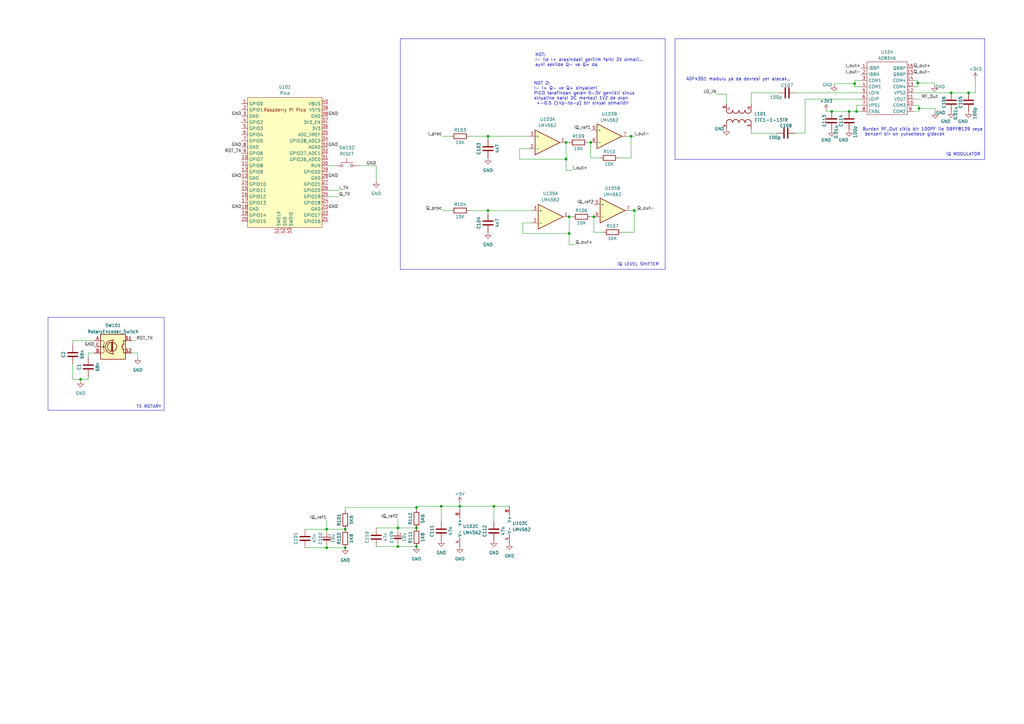
<source format=kicad_sch>
(kicad_sch (version 20230121) (generator eeschema)
  (paper "A3")
  (title_block (title "N3B tx") (rev "draft") (comment 1 "Baris DINC"))
  (lib_symbols
    (symbol "Amplifier_Operational:LM4562" (pin_names (offset 0.127))
      (property "Reference" "U" (at 0 5.08 0))
      (property "Value" "LM4562" (at 0 -5.08 0))
      (symbol "LM4562_1_1"
        (polyline (pts (xy -5.08 5.08) (xy 5.08 0) (xy -5.08 -5.08) (xy -5.08 5.08)) (stroke (width 0.254)) (fill (type background)))
        (pin output line (at 7.62 0 180) (length 2.54) (name "~") (number "1"))
        (pin input line (at -7.62 -2.54 0) (length 2.54) (name "-") (number "2"))
        (pin input line (at -7.62 2.54 0) (length 2.54) (name "+") (number "3"))
      )
      (symbol "LM4562_2_1"
        (polyline (pts (xy -5.08 5.08) (xy 5.08 0) (xy -5.08 -5.08) (xy -5.08 5.08)) (stroke (width 0.254)) (fill (type background)))
        (pin input line (at -7.62 2.54 0) (length 2.54) (name "+") (number "5"))
        (pin input line (at -7.62 -2.54 0) (length 2.54) (name "-") (number "6"))
        (pin output line (at 7.62 0 180) (length 2.54) (name "~") (number "7"))
      )
      (symbol "LM4562_3_1"
        (pin power_in line (at -2.54 -7.62 90) (length 3.81) (name "V-") (number "4"))
        (pin power_in line (at -2.54 7.62 270) (length 3.81) (name "V+") (number "8"))
      )
    )
    (symbol "Device:C" (pin_numbers hide) (pin_names (offset 0.254))
      (property "Reference" "C" (at 0.635 2.54 0))
      (property "Value" "C" (at 0.635 -2.54 0))
      (symbol "C_0_1"
        (polyline (pts (xy -2.032 -0.762) (xy 2.032 -0.762)) (stroke (width 0.508)))
        (polyline (pts (xy -2.032 0.762) (xy 2.032 0.762)) (stroke (width 0.508)))
      )
      (symbol "C_1_1"
        (pin passive line (at 0 3.81 270) (length 2.794) (name "~") (number "1"))
        (pin passive line (at 0 -3.81 90) (length 2.794) (name "~") (number "2"))
      )
    )
    (symbol "Device:C_Polarized_Small" (pin_numbers hide) (pin_names (offset 0.254) hide)
      (property "Reference" "C" (at 0.254 1.778 0))
      (property "Value" "C_Polarized_Small" (at 0.254 -2.032 0))
      (symbol "C_Polarized_Small_0_1"
        (rectangle (start -1.524 -0.3048) (end 1.524 -0.6858) (fill (type outline)))
        (rectangle (start -1.524 0.6858) (end 1.524 0.3048))
        (polyline (pts (xy -1.27 1.524) (xy -0.762 1.524)))
        (polyline (pts (xy -1.016 1.27) (xy -1.016 1.778)))
      )
      (symbol "C_Polarized_Small_1_1"
        (pin passive line (at 0 2.54 270) (length 1.8542) (name "~") (number "1"))
        (pin passive line (at 0 -2.54 90) (length 1.8542) (name "~") (number "2"))
      )
    )
    (symbol "Device:R" (pin_numbers hide) (pin_names (offset 0))
      (property "Reference" "R" (at 2.032 0 90))
      (property "Value" "R" (at 0 0 90))
      (symbol "R_0_1"
        (rectangle (start -1.016 -2.54) (end 1.016 2.54) (stroke (width 0.254)))
      )
      (symbol "R_1_1"
        (pin passive line (at 0 3.81 270) (length 1.27) (name "~") (number "1"))
        (pin passive line (at 0 -3.81 90) (length 1.27) (name "~") (number "2"))
      )
    )
    (symbol "Device:RotaryEncoder_Switch" (pin_names (offset 0.254) hide)
      (property "Reference" "SW" (at 0 6.604 0))
      (property "Value" "RotaryEncoder_Switch" (at 0 -6.604 0))
      (symbol "RotaryEncoder_Switch_0_1"
        (rectangle (start -5.08 5.08) (end 5.08 -5.08) (stroke (width 0.254)) (fill (type background)))
        (circle (center -3.81 0) (radius 0.254) (fill (type outline)))
        (circle (center -0.381 0) (radius 1.905) (stroke (width 0.254)))
        (arc (start -0.381 2.667) (mid -3.0988 -0.0635) (end -0.381 -2.794) (stroke (width 0.254)))
        (polyline (pts (xy -0.635 -1.778) (xy -0.635 1.778)) (stroke (width 0.254)))
        (polyline (pts (xy -0.381 -1.778) (xy -0.381 1.778)) (stroke (width 0.254)))
        (polyline (pts (xy -0.127 1.778) (xy -0.127 -1.778)) (stroke (width 0.254)))
        (polyline (pts (xy 3.81 0) (xy 3.429 0)) (stroke (width 0.254)))
        (polyline (pts (xy 3.81 1.016) (xy 3.81 -1.016)) (stroke (width 0.254)))
        (polyline (pts (xy -5.08 -2.54) (xy -3.81 -2.54) (xy -3.81 -2.032)))
        (polyline (pts (xy -5.08 2.54) (xy -3.81 2.54) (xy -3.81 2.032)))
        (polyline (pts (xy 0.254 -3.048) (xy -0.508 -2.794) (xy 0.127 -2.413)) (stroke (width 0.254)))
        (polyline (pts (xy 0.254 2.921) (xy -0.508 2.667) (xy 0.127 2.286)) (stroke (width 0.254)))
        (polyline (pts (xy 5.08 -2.54) (xy 4.318 -2.54) (xy 4.318 -1.016)) (stroke (width 0.254)))
        (polyline (pts (xy 5.08 2.54) (xy 4.318 2.54) (xy 4.318 1.016)) (stroke (width 0.254)))
        (polyline (pts (xy -5.08 0) (xy -3.81 0) (xy -3.81 -1.016) (xy -3.302 -2.032)))
        (polyline (pts (xy -4.318 0) (xy -3.81 0) (xy -3.81 1.016) (xy -3.302 2.032)))
        (circle (center 4.318 -1.016) (radius 0.127) (stroke (width 0.254)))
        (circle (center 4.318 1.016) (radius 0.127) (stroke (width 0.254)))
      )
      (symbol "RotaryEncoder_Switch_1_1"
        (pin passive line (at -7.62 2.54 0) (length 2.54) (name "A") (number "A"))
        (pin passive line (at -7.62 -2.54 0) (length 2.54) (name "B") (number "B"))
        (pin passive line (at -7.62 0 0) (length 2.54) (name "C") (number "C"))
        (pin passive line (at 7.62 2.54 180) (length 2.54) (name "S1") (number "S1"))
        (pin passive line (at 7.62 -2.54 180) (length 2.54) (name "S2") (number "S2"))
      )
    )
    (symbol "ETC1-1-13TR:ETC1-1-13TR" (pin_names (offset 1.016))
      (property "Reference" "L" (at 6.3517 0 0))
      (property "Value" "ETC1-1-13TR" (at 6.3576 -2.5431 0))
      (symbol "ETC1-1-13TR_0_0"
        (arc (start -5.08 2.54) (mid -3.81 1.2755) (end -2.54 2.54) (stroke (width 0.254)))
        (circle (center -4.1275 3.175) (radius 0.3703))
        (arc (start -2.54 -2.54) (mid -3.81 -1.2755) (end -5.08 -2.54) (stroke (width 0.254)))
        (arc (start -2.54 2.54) (mid -1.27 1.2755) (end 0 2.54) (stroke (width 0.254)))
        (arc (start 0 -2.54) (mid -1.27 -1.2755) (end -2.54 -2.54) (stroke (width 0.254)))
        (arc (start 0 2.54) (mid 1.27 1.2755) (end 2.54 2.54) (stroke (width 0.254)))
        (arc (start 2.54 -2.54) (mid 1.27 -1.2755) (end 0 -2.54) (stroke (width 0.254)))
        (arc (start 2.54 2.54) (mid 3.81 1.2755) (end 5.08 2.54) (stroke (width 0.254)))
        (circle (center 4.1275 3.175) (radius 0.3703))
        (arc (start 5.08 -2.54) (mid 3.81 -1.2755) (end 2.54 -2.54) (stroke (width 0.254)))
        (pin passive line (at 5.08 5.08 270) (length 2.54) (name "~") (number "1"))
        (pin passive line (at 5.08 -5.08 90) (length 2.54) (name "~") (number "3"))
        (pin passive line (at -5.08 -5.08 90) (length 2.54) (name "~") (number "4"))
        (pin passive line (at -5.08 5.08 270) (length 2.54) (name "~") (number "5"))
      )
    )
    (symbol "MCU_RaspberryPi_and_Boards:Pico"
      (property "Reference" "U" (at -13.97 27.94 0))
      (property "Value" "Pico" (at 0 19.05 0))
      (symbol "Pico_0_0"
        (text "Raspberry Pi Pico" (at 0 21.59 0) (effects (font (size 1.27 1.27))))
      )
      (symbol "Pico_0_1"
        (rectangle (start -15.24 26.67) (end 15.24 -26.67) (fill (type background)))
      )
      (symbol "Pico_1_1"
        (pin bidirectional line (at -17.78 24.13 0) (length 2.54) (name "GPIO0") (number "1"))
        (pin bidirectional line (at -17.78 1.27 0) (length 2.54) (name "GPIO7") (number "10"))
        (pin bidirectional line (at -17.78 -1.27 0) (length 2.54) (name "GPIO8") (number "11"))
        (pin bidirectional line (at -17.78 -3.81 0) (length 2.54) (name "GPIO9") (number "12"))
        (pin power_in line (at -17.78 -6.35 0) (length 2.54) (name "GND") (number "13"))
        (pin bidirectional line (at -17.78 -8.89 0) (length 2.54) (name "GPIO10") (number "14"))
        (pin bidirectional line (at -17.78 -11.43 0) (length 2.54) (name "GPIO11") (number "15"))
        (pin bidirectional line (at -17.78 -13.97 0) (length 2.54) (name "GPIO12") (number "16"))
        (pin bidirectional line (at -17.78 -16.51 0) (length 2.54) (name "GPIO13") (number "17"))
        (pin power_in line (at -17.78 -19.05 0) (length 2.54) (name "GND") (number "18"))
        (pin bidirectional line (at -17.78 -21.59 0) (length 2.54) (name "GPIO14") (number "19"))
        (pin bidirectional line (at -17.78 21.59 0) (length 2.54) (name "GPIO1") (number "2"))
        (pin bidirectional line (at -17.78 -24.13 0) (length 2.54) (name "GPIO15") (number "20"))
        (pin bidirectional line (at 17.78 -24.13 180) (length 2.54) (name "GPIO16") (number "21"))
        (pin bidirectional line (at 17.78 -21.59 180) (length 2.54) (name "GPIO17") (number "22"))
        (pin power_in line (at 17.78 -19.05 180) (length 2.54) (name "GND") (number "23"))
        (pin bidirectional line (at 17.78 -16.51 180) (length 2.54) (name "GPIO18") (number "24"))
        (pin bidirectional line (at 17.78 -13.97 180) (length 2.54) (name "GPIO19") (number "25"))
        (pin bidirectional line (at 17.78 -11.43 180) (length 2.54) (name "GPIO20") (number "26"))
        (pin bidirectional line (at 17.78 -8.89 180) (length 2.54) (name "GPIO21") (number "27"))
        (pin power_in line (at 17.78 -6.35 180) (length 2.54) (name "GND") (number "28"))
        (pin bidirectional line (at 17.78 -3.81 180) (length 2.54) (name "GPIO22") (number "29"))
        (pin power_in line (at -17.78 19.05 0) (length 2.54) (name "GND") (number "3"))
        (pin input line (at 17.78 -1.27 180) (length 2.54) (name "RUN") (number "30"))
        (pin bidirectional line (at 17.78 1.27 180) (length 2.54) (name "GPIO26_ADC0") (number "31"))
        (pin bidirectional line (at 17.78 3.81 180) (length 2.54) (name "GPIO27_ADC1") (number "32"))
        (pin power_in line (at 17.78 6.35 180) (length 2.54) (name "AGND") (number "33"))
        (pin bidirectional line (at 17.78 8.89 180) (length 2.54) (name "GPIO28_ADC2") (number "34"))
        (pin power_in line (at 17.78 11.43 180) (length 2.54) (name "ADC_VREF") (number "35"))
        (pin power_in line (at 17.78 13.97 180) (length 2.54) (name "3V3") (number "36"))
        (pin input line (at 17.78 16.51 180) (length 2.54) (name "3V3_EN") (number "37"))
        (pin bidirectional line (at 17.78 19.05 180) (length 2.54) (name "GND") (number "38"))
        (pin power_in line (at 17.78 21.59 180) (length 2.54) (name "VSYS") (number "39"))
        (pin bidirectional line (at -17.78 16.51 0) (length 2.54) (name "GPIO2") (number "4"))
        (pin power_in line (at 17.78 24.13 180) (length 2.54) (name "VBUS") (number "40"))
        (pin input line (at -2.54 -29.21 90) (length 2.54) (name "SWCLK") (number "41"))
        (pin power_in line (at 0 -29.21 90) (length 2.54) (name "GND") (number "42"))
        (pin bidirectional line (at 2.54 -29.21 90) (length 2.54) (name "SWDIO") (number "43"))
        (pin bidirectional line (at -17.78 13.97 0) (length 2.54) (name "GPIO3") (number "5"))
        (pin bidirectional line (at -17.78 11.43 0) (length 2.54) (name "GPIO4") (number "6"))
        (pin bidirectional line (at -17.78 8.89 0) (length 2.54) (name "GPIO5") (number "7"))
        (pin power_in line (at -17.78 6.35 0) (length 2.54) (name "GND") (number "8"))
        (pin bidirectional line (at -17.78 3.81 0) (length 2.54) (name "GPIO6") (number "9"))
      )
    )
    (symbol "Switch:SW_Push" (pin_numbers hide) (pin_names (offset 1.016) hide)
      (property "Reference" "SW" (at 1.27 2.54 0))
      (property "Value" "SW_Push" (at 0 -1.524 0))
      (symbol "SW_Push_0_1"
        (circle (center -2.032 0) (radius 0.508))
        (polyline (pts (xy 0 1.27) (xy 0 3.048)))
        (polyline (pts (xy 2.54 1.27) (xy -2.54 1.27)))
        (circle (center 2.032 0) (radius 0.508))
        (pin passive line (at -5.08 0 0) (length 2.54) (name "1") (number "1"))
        (pin passive line (at 5.08 0 180) (length 2.54) (name "2") (number "2"))
      )
    )
    (symbol "n3b_tx:AD8346"
      (property "Reference" "U" (at 0 0 0))
      (property "Value" "AD8346" (at 0 12.7 0))
      (symbol "AD8346_0_1"
        (rectangle (start -7.62 11.43) (end 8.89 -10.16))
      )
      (symbol "AD8346_1_1"
        (pin input line (at -10.16 8.89 0) (length 2.54) (name "IBBP") (number "1"))
        (pin input line (at 11.43 -6.35 180) (length 2.54) (name "COM3") (number "10"))
        (pin input line (at 11.43 -3.81 180) (length 2.54) (name "VOUT") (number "11"))
        (pin input line (at 11.43 -1.27 180) (length 2.54) (name "VPS2") (number "12"))
        (pin input line (at 11.43 1.27 180) (length 2.54) (name "COM4") (number "13"))
        (pin input line (at 11.43 3.81 180) (length 2.54) (name "COM4") (number "14"))
        (pin input line (at 11.43 6.35 180) (length 2.54) (name "QBBP") (number "15"))
        (pin input line (at 11.43 8.89 180) (length 2.54) (name "QBBP") (number "16"))
        (pin input line (at -10.16 6.35 0) (length 2.54) (name "IBBN") (number "2"))
        (pin input line (at -10.16 3.81 0) (length 2.54) (name "COM1") (number "3"))
        (pin input line (at -10.16 1.27 0) (length 2.54) (name "COM1") (number "4"))
        (pin input line (at -10.16 -1.27 0) (length 2.54) (name "LOIN") (number "5"))
        (pin input line (at -10.16 -3.81 0) (length 2.54) (name "LOIP") (number "6"))
        (pin input line (at -10.16 -6.35 0) (length 2.54) (name "VPS1") (number "7"))
        (pin input line (at -10.16 -8.89 0) (length 2.54) (name "ENBL") (number "8"))
        (pin input line (at 11.43 -8.89 180) (length 2.54) (name "COM2") (number "9"))
      )
    )
    (symbol "power:+3V3" (power) (pin_names (offset 0))
      (property "Value" "+3V3" (at 0 3.556 0))
      (symbol "+3V3_0_1"
        (polyline (pts (xy -0.762 1.27) (xy 0 2.54)))
        (polyline (pts (xy 0 0) (xy 0 2.54)))
        (polyline (pts (xy 0 2.54) (xy 0.762 1.27)))
      )
      (symbol "+3V3_1_1"
        (pin power_in line (at 0 0 90) (length 0) hide (name "+3V3") (number "1"))
      )
    )
    (symbol "power:+5V" (power) (pin_names (offset 0))
      (property "Value" "+5V" (at 0 3.556 0))
      (symbol "+5V_0_1"
        (polyline (pts (xy -0.762 1.27) (xy 0 2.54)))
        (polyline (pts (xy 0 0) (xy 0 2.54)))
        (polyline (pts (xy 0 2.54) (xy 0.762 1.27)))
      )
      (symbol "+5V_1_1"
        (pin power_in line (at 0 0 90) (length 0) hide (name "+5V") (number "1"))
      )
    )
    (symbol "power:GND" (power) (pin_names (offset 0))
      (property "Value" "GND" (at 0 -3.81 0))
      (symbol "GND_0_1"
        (polyline (pts (xy 0 0) (xy 0 -1.27) (xy 1.27 -1.27) (xy 0 -2.54) (xy -1.27 -1.27) (xy 0 -1.27)))
      )
      (symbol "GND_1_1"
        (pin power_in line (at 0 0 270) (length 0) hide (name "GND") (number "1"))
      )
    )
  )
  (junction (at 232.156 58.42))
  (junction (at 242.316 58.42))
  (junction (at 243.586 88.9))
  (junction (at 260.096 86.36))
  (junction (at 351.282 45.72))
  (junction (at 170.815 208.153))
  (junction (at 170.815 216.535))
  (junction (at 258.826 55.88))
  (junction (at 232.156 65.278))
  (junction (at 233.426 88.9))
  (junction (at 350.52 34.29))
  (junction (at 133.985 224.663))
  (junction (at 141.605 217.043))
  (junction (at 188.595 207.645))
  (junction (at 397.256 38.1))
  (junction (at 202.565 207.645))
  (junction (at 163.195 224.155))
  (junction (at 33.02 155.575))
  (junction (at 163.195 216.535))
  (junction (at 133.985 217.043))
  (junction (at 170.815 224.155))
  (junction (at 341.122 45.72))
  (junction (at 200.152 86.36))
  (junction (at 141.605 224.663))
  (junction (at 376.428 34.036))
  (junction (at 233.426 95.758))
  (junction (at 200.152 55.88))
  (junction (at 348.234 45.72))
  (junction (at 180.975 207.645))
  (junction (at 390.144 38.1))
  (junction (at 376.936 44.45))
  (wire (pts (xy 38.735 144.78) (xy 36.195 144.78)))
  (wire (pts (xy 400.05 32.385) (xy 400.05 38.1)))
  (polyline (pts (xy 67.31 130.175) (xy 67.31 168.275)))
  (wire (pts (xy 376.428 35.56) (xy 374.65 35.56)))
  (wire (pts (xy 247.396 95.25) (xy 243.586 95.25)))
  (wire (pts (xy 181.356 86.36) (xy 184.912 86.36)))
  (wire (pts (xy 181.356 55.88) (xy 184.912 55.88)))
  (wire (pts (xy 202.565 207.645) (xy 202.565 213.995)))
  (wire (pts (xy 374.65 43.18) (xy 376.936 43.18)))
  (wire (pts (xy 200.152 86.36) (xy 200.152 87.63)))
  (wire (pts (xy 351.282 45.72) (xy 353.06 45.72)))
  (polyline (pts (xy 403.86 15.875) (xy 403.86 65.405)))
  (polyline (pts (xy 403.86 65.405) (xy 276.86 65.405)))
  (wire (pts (xy 260.096 86.36) (xy 258.826 86.36)))
  (wire (pts (xy 350.52 34.29) (xy 350.52 35.56)))
  (wire (pts (xy 214.376 91.44) (xy 218.186 91.44)))
  (wire (pts (xy 232.156 69.85) (xy 234.696 69.85)))
  (wire (pts (xy 326.644 38.1) (xy 353.06 38.1)))
  (polyline (pts (xy 276.86 65.405) (xy 276.86 15.875)))
  (wire (pts (xy 134.62 78.105) (xy 139.065 78.105)))
  (wire (pts (xy 147.32 67.945) (xy 154.305 67.945)))
  (wire (pts (xy 53.975 144.78) (xy 56.515 144.78)))
  (wire (pts (xy 133.985 224.663) (xy 141.605 224.663)))
  (polyline (pts (xy 164.211 110.49) (xy 164.211 15.875)))
  (wire (pts (xy 232.156 65.278) (xy 213.106 65.278)))
  (wire (pts (xy 133.985 217.043) (xy 141.605 217.043)))
  (wire (pts (xy 253.746 64.77) (xy 258.826 64.77)))
  (wire (pts (xy 188.595 206.375) (xy 188.595 207.645)))
  (wire (pts (xy 374.65 38.1) (xy 390.144 38.1)))
  (wire (pts (xy 163.195 224.155) (xy 170.815 224.155)))
  (wire (pts (xy 154.305 67.945) (xy 154.305 74.295)))
  (wire (pts (xy 38.735 139.7) (xy 29.845 139.7)))
  (polyline (pts (xy 67.31 168.275) (xy 19.685 168.275)))
  (wire (pts (xy 56.515 144.78) (xy 56.515 146.685)))
  (wire (pts (xy 353.06 43.18) (xy 351.282 43.18)))
  (wire (pts (xy 246.126 64.77) (xy 242.316 64.77)))
  (polyline (pts (xy 20.955 130.175) (xy 67.31 130.175)))
  (wire (pts (xy 141.605 208.153) (xy 170.815 208.153)))
  (wire (pts (xy 29.845 139.7) (xy 29.845 141.605)))
  (wire (pts (xy 350.52 33.02) (xy 350.52 34.29)))
  (wire (pts (xy 400.05 38.1) (xy 397.256 38.1)))
  (wire (pts (xy 36.195 144.78) (xy 36.195 146.685)))
  (wire (pts (xy 374.65 40.64) (xy 377.952 40.64)))
  (wire (pts (xy 163.195 216.535) (xy 170.815 216.535)))
  (wire (pts (xy 125.095 217.043) (xy 133.985 217.043)))
  (wire (pts (xy 163.195 212.725) (xy 163.195 216.535)))
  (wire (pts (xy 192.532 55.88) (xy 200.152 55.88)))
  (wire (pts (xy 348.234 45.72) (xy 341.122 45.72)))
  (wire (pts (xy 232.156 58.42) (xy 233.426 58.42)))
  (wire (pts (xy 202.565 207.645) (xy 208.915 207.645)))
  (wire (pts (xy 330.2 40.64) (xy 330.2 54.61)))
  (wire (pts (xy 170.815 208.153) (xy 170.815 208.915)))
  (wire (pts (xy 242.316 88.9) (xy 243.586 88.9)))
  (wire (pts (xy 383.286 34.036) (xy 376.428 34.036)))
  (wire (pts (xy 376.936 45.72) (xy 374.65 45.72)))
  (polyline (pts (xy 164.211 15.875) (xy 166.751 15.875)))
  (wire (pts (xy 242.316 64.77) (xy 242.316 58.42)))
  (wire (pts (xy 260.096 86.36) (xy 261.366 86.36)))
  (polyline (pts (xy 19.685 168.275) (xy 19.685 130.175)))
  (wire (pts (xy 338.836 45.466) (xy 338.836 45.72)))
  (wire (pts (xy 255.016 95.25) (xy 260.096 95.25)))
  (wire (pts (xy 233.426 95.758) (xy 214.376 95.758)))
  (wire (pts (xy 376.936 43.18) (xy 376.936 44.45)))
  (wire (pts (xy 125.095 224.663) (xy 133.985 224.663)))
  (polyline (pts (xy 272.796 15.875) (xy 272.796 110.49)))
  (wire (pts (xy 133.985 223.393) (xy 133.985 224.663)))
  (wire (pts (xy 29.845 155.575) (xy 29.845 149.225)))
  (wire (pts (xy 376.428 34.036) (xy 376.428 35.56)))
  (polyline (pts (xy 272.796 110.49) (xy 164.211 110.49)))
  (polyline (pts (xy 276.86 15.875) (xy 281.305 15.875)))
  (wire (pts (xy 351.282 43.18) (xy 351.282 45.72)))
  (wire (pts (xy 133.985 218.313) (xy 133.985 217.043)))
  (polyline (pts (xy 166.751 15.875) (xy 272.796 15.875)))
  (wire (pts (xy 241.046 58.42) (xy 242.316 58.42)))
  (wire (pts (xy 233.426 88.9) (xy 233.426 95.758)))
  (wire (pts (xy 341.122 45.72) (xy 338.836 45.72)))
  (wire (pts (xy 258.826 55.88) (xy 260.096 55.88)))
  (wire (pts (xy 376.428 33.02) (xy 376.428 34.036)))
  (wire (pts (xy 308.102 38.1) (xy 308.102 42.672)))
  (wire (pts (xy 232.156 65.278) (xy 232.156 69.85)))
  (wire (pts (xy 293.878 38.608) (xy 297.942 38.608)))
  (wire (pts (xy 353.06 33.02) (xy 350.52 33.02)))
  (wire (pts (xy 308.102 54.61) (xy 308.102 52.832)))
  (wire (pts (xy 330.2 54.61) (xy 326.136 54.61)))
  (wire (pts (xy 233.426 100.33) (xy 235.966 100.33)))
  (wire (pts (xy 318.516 54.61) (xy 308.102 54.61)))
  (wire (pts (xy 213.106 65.278) (xy 213.106 60.96)))
  (wire (pts (xy 141.605 208.153) (xy 141.605 209.423)))
  (wire (pts (xy 200.152 55.88) (xy 216.916 55.88)))
  (wire (pts (xy 383.286 35.052) (xy 383.286 34.036)))
  (wire (pts (xy 258.826 64.77) (xy 258.826 55.88)))
  (wire (pts (xy 233.426 88.9) (xy 234.696 88.9)))
  (wire (pts (xy 163.195 217.805) (xy 163.195 216.535)))
  (wire (pts (xy 200.152 86.36) (xy 218.186 86.36)))
  (wire (pts (xy 200.152 55.88) (xy 200.152 57.15)))
  (wire (pts (xy 36.195 154.305) (xy 36.195 155.575)))
  (wire (pts (xy 154.305 224.155) (xy 163.195 224.155)))
  (wire (pts (xy 390.144 38.1) (xy 397.256 38.1)))
  (wire (pts (xy 383.54 44.45) (xy 376.936 44.45)))
  (wire (pts (xy 180.975 207.645) (xy 188.595 207.645)))
  (wire (pts (xy 134.62 67.945) (xy 137.16 67.945)))
  (polyline (pts (xy 19.685 130.175) (xy 20.955 130.175)))
  (wire (pts (xy 133.985 213.233) (xy 133.985 217.043)))
  (wire (pts (xy 33.02 155.575) (xy 33.02 156.21)))
  (wire (pts (xy 319.024 38.1) (xy 308.102 38.1)))
  (wire (pts (xy 342.138 34.798) (xy 342.138 34.29)))
  (wire (pts (xy 163.195 222.885) (xy 163.195 224.155)))
  (wire (pts (xy 342.138 34.29) (xy 350.52 34.29)))
  (wire (pts (xy 233.426 95.758) (xy 233.426 100.33)))
  (wire (pts (xy 383.54 45.974) (xy 383.54 44.45)))
  (wire (pts (xy 188.595 207.645) (xy 188.595 208.915)))
  (wire (pts (xy 376.936 44.45) (xy 376.936 45.72)))
  (wire (pts (xy 243.586 95.25) (xy 243.586 88.9)))
  (wire (pts (xy 214.376 95.758) (xy 214.376 91.44)))
  (wire (pts (xy 374.65 33.02) (xy 376.428 33.02)))
  (wire (pts (xy 36.195 155.575) (xy 33.02 155.575)))
  (wire (pts (xy 53.975 139.7) (xy 55.88 139.7)))
  (polyline (pts (xy 281.305 15.875) (xy 403.86 15.875)))
  (wire (pts (xy 213.106 60.96) (xy 216.916 60.96)))
  (wire (pts (xy 170.815 207.645) (xy 170.815 208.153)))
  (wire (pts (xy 134.62 80.645) (xy 139.065 80.645)))
  (wire (pts (xy 232.156 58.42) (xy 232.156 65.278)))
  (wire (pts (xy 353.06 40.64) (xy 330.2 40.64)))
  (wire (pts (xy 351.282 45.72) (xy 348.234 45.72)))
  (wire (pts (xy 180.975 207.645) (xy 180.975 213.995)))
  (wire (pts (xy 350.52 35.56) (xy 353.06 35.56)))
  (wire (pts (xy 192.532 86.36) (xy 200.152 86.36)))
  (wire (pts (xy 154.305 216.535) (xy 163.195 216.535)))
  (wire (pts (xy 33.02 155.575) (xy 29.845 155.575)))
  (wire (pts (xy 188.595 207.645) (xy 202.565 207.645)))
  (wire (pts (xy 258.826 55.88) (xy 257.556 55.88)))
  (wire (pts (xy 170.815 207.645) (xy 180.975 207.645)))
  (wire (pts (xy 260.096 95.25) (xy 260.096 86.36)))
  (wire (pts (xy 297.942 42.672) (xy 297.942 38.608)))
  (text "TX ROTARY " (at 55.88 167.64 0) (effects (font (size 1.27 1.27)) (justify left bottom)))
  (text "IQ LEVEL SHIFTER" (at 253.111 109.22 0) (effects (font (size 1.27 1.27)) (justify left bottom)))
  (text "IQ MODULATOR" (at 387.985 64.135 0) (effects (font (size 1.27 1.27)) (justify left bottom)))
  (text "ADF4351 modulu ya da devresi yer alacak.. " (at 281.432 33.274 0) (effects (font (size 1.27 1.27)) (justify left bottom)))
  (text "NOT:\nI- ile I+ arasindaki gerilim farki 2V olmali...\nayni sekilde Q- ve Q+ da" (at 219.456 27.432 0) (effects (font (size 1.27 1.27)) (justify left bottom)))
  (text "Burdan RF_Out cikip bir 100PF ile SBPF8139 veya\n benzeri bir on yukseltece gidecek" (at 353.695 55.88 0) (effects (font (size 1.27 1.27)) (justify left bottom)))
  (text "NOT 2:\nI- I+ Q- ve Q+ sinyalleri\nPICO tarafindan gelen 0-3V genlikli sinus \nsinyaline karsi DC merkezi 1V2 de olan\n +-0.5 (1Vp-to-p) bir sinyal olmalidir\n" (at 218.948 43.18 0) (effects (font (size 1.27 1.27)) (justify left bottom)))
  (label "I_out-" (at 260.096 55.88 0))
  (label "GND" (at 99.06 47.625 180))
  (label "Q_TX" (at 139.065 80.645 0))
  (label "I_proc" (at 181.356 55.88 180))
  (label "GND" (at 99.06 60.325 180))
  (label "ROT_TX" (at 55.88 139.7 0))
  (label "GND" (at 99.06 85.725 180))
  (label "GND" (at 134.62 60.325 0))
  (label "GND" (at 38.735 142.24 180))
  (label "ROT_TX" (at 99.06 62.865 180))
  (label "GND" (at 154.305 67.945 180))
  (label "I_out+" (at 353.06 27.94 180))
  (label "IQ_ref2" (at 163.195 212.725 180))
  (label "Q_out+" (at 235.966 100.33 0))
  (label "IQ_ref1" (at 242.316 53.34 180))
  (label "Q_out-" (at 261.366 86.36 0))
  (label "GND" (at 134.62 73.025 0))
  (label "GND" (at 99.06 73.025 180))
  (label "IQ_ref1" (at 133.985 213.233 180))
  (label "Q_out-" (at 374.65 30.48 0))
  (label "GND" (at 134.62 47.625 0))
  (label "IQ_ref2" (at 243.586 83.82 180))
  (label "I_out-" (at 353.06 30.48 180))
  (label "LO_IN" (at 293.878 38.608 180))
  (label "Q_proc" (at 181.356 86.36 180))
  (label "I_TX" (at 139.065 78.105 0))
  (label "I_out+" (at 234.696 69.85 0))
  (label "Q_out+" (at 374.65 27.94 0))
  (label "RF_Out" (at 377.952 40.64 0))
  (label "GND" (at 134.62 85.725 0))
  (symbol (lib_id "Device:C") (at 125.095 220.853 180) (unit 1)
    (property "Reference" "C101" (at 121.285 220.853 90))
    (property "Value" "47n" (at 128.905 220.853 90))
    (property "Footprint" "Capacitor_SMD:C_0805_2012Metric" (effects hide))
  )
  (symbol (lib_id "Device:C") (at 200.152 91.44 180) (unit 1)
    (property "Reference" "C104" (at 196.342 91.44 90))
    (property "Value" "4n7" (at 203.962 91.44 90))
    (property "Footprint" "Capacitor_SMD:C_0805_2012Metric" (effects hide))
  )
  (symbol (lib_id "Device:R") (at 238.506 88.9 90) (unit 1)
    (property "Reference" "R106" (at 238.506 86.36 90))
    (property "Value" "10K" (at 238.506 91.44 90))
    (property "Footprint" "Resistor_SMD:R_0805_2012Metric" (effects hide))
  )
  (symbol (lib_id "power:GND") (at 208.915 222.885 0) (unit 1)
    (property "Reference" "#PWR0104" (effects hide))
    (property "Value" "GND" (at 208.915 227.965 0))
  )
  (symbol (lib_id "power:GND") (at 383.54 45.974 0) (unit 1)
    (property "Reference" "#PWR0114" (effects hide))
    (property "Value" "GND" (at 385.826 46.228 0))
  )
  (symbol (lib_id "Device:R") (at 141.605 213.233 180) (unit 1)
    (property "Reference" "R101" (at 139.065 213.233 90))
    (property "Value" "5K6" (at 144.145 213.233 90))
    (property "Footprint" "Resistor_SMD:R_0805_2012Metric" (effects hide))
  )
  (symbol (lib_id "Amplifier_Operational:LM4562") (at 249.936 55.88 0) (unit 2)
    (property "Reference" "U103" (at 249.936 46.736 0))
    (property "Value" "LM4562" (at 249.936 49.276 0))
    (property "Datasheet" "http://www.ti.com/lit/ds/symlink/lm4562.pdf" (effects hide))
  )
  (symbol (lib_id "power:GND") (at 33.02 156.21 0) (unit 1)
    (property "Reference" "#PWR01" (effects hide))
    (property "Value" "GND" (at 33.02 161.29 0))
  )
  (symbol (lib_id "power:+3V3") (at 400.05 32.385 0) (unit 1)
    (property "Reference" "#PWR0115" (effects hide))
    (property "Value" "+3V3" (at 400.05 28.321 0))
  )
  (symbol (lib_id "power:GND") (at 200.152 64.77 0) (unit 1)
    (property "Reference" "#PWR0103" (effects hide))
    (property "Value" "GND" (at 200.152 69.85 0))
  )
  (symbol (lib_id "Device:C") (at 154.305 220.345 180) (unit 1)
    (property "Reference" "C110" (at 150.495 220.345 90))
    (property "Value" "47n" (at 158.115 220.345 90))
    (property "Footprint" "Capacitor_SMD:C_0805_2012Metric" (effects hide))
  )
  (symbol (lib_id "Amplifier_Operational:LM4562") (at 251.206 86.36 0) (unit 2)
    (property "Reference" "U105" (at 251.206 77.216 0))
    (property "Value" "LM4562" (at 251.206 79.756 0))
    (property "Datasheet" "http://www.ti.com/lit/ds/symlink/lm4562.pdf" (effects hide))
  )
  (symbol (lib_id "Device:R") (at 188.722 86.36 90) (unit 1)
    (property "Reference" "R104" (at 188.722 83.82 90))
    (property "Value" "10K" (at 188.722 88.9 90))
    (property "Footprint" "Resistor_SMD:R_0805_2012Metric" (effects hide))
  )
  (symbol (lib_id "MCU_RaspberryPi_and_Boards:Pico") (at 116.84 66.675 0) (unit 1)
    (property "Reference" "U101" (at 116.84 35.687 0))
    (property "Value" "Pico" (at 116.84 38.227 0))
    (property "Footprint" "RPi_Pico:RPi_Pico_SMD_TH" (effects hide))
  )
  (symbol (lib_id "power:GND") (at 56.515 146.685 0) (unit 1)
    (property "Reference" "#PWR0111" (effects hide))
    (property "Value" "GND" (at 56.515 151.765 0))
  )
  (symbol (lib_id "Device:R") (at 170.815 212.725 180) (unit 1)
    (property "Reference" "R112" (at 168.275 212.725 90))
    (property "Value" "5K6" (at 173.355 212.725 90))
    (property "Footprint" "Resistor_SMD:R_0805_2012Metric" (effects hide))
  )
  (symbol (lib_id "Switch:SW_Push") (at 142.24 67.945 0) (unit 1)
    (property "Reference" "SW102" (at 142.24 60.579 0))
    (property "Value" "RESET" (at 142.24 63.119 0))
  )
  (symbol (lib_id "power:GND") (at 348.234 53.34 0) (unit 1)
    (property "Reference" "#PWR0121" (effects hide))
    (property "Value" "GND" (at 345.948 57.404 0))
  )
  (symbol (lib_id "power:GND") (at 297.942 52.832 0) (unit 1)
    (property "Reference" "#PWR0118" (effects hide))
    (property "Value" "GND" (at 295.148 52.832 0))
  )
  (symbol (lib_id "Device:C_Polarized_Small") (at 163.195 220.345 0) (mirror y) (unit 1)
    (property "Reference" "C109" (at 160.655 220.345 90))
    (property "Value" "10u" (at 165.735 220.345 90))
    (property "Footprint" "Capacitor_SMD:CP_Elec_5x3" (effects hide))
  )
  (symbol (lib_id "power:GND") (at 202.565 221.615 0) (unit 1)
    (property "Reference" "#PWR0108" (effects hide))
    (property "Value" "GND" (at 202.565 226.695 0))
  )
  (symbol (lib_id "Device:C_Polarized_Small") (at 133.985 220.853 0) (mirror y) (unit 1)
    (property "Reference" "C102" (at 131.445 220.853 90))
    (property "Value" "10u" (at 136.525 220.853 90))
    (property "Footprint" "Capacitor_SMD:CP_Elec_5x3" (effects hide))
  )
  (symbol (lib_id "power:+3V3") (at 338.836 45.466 0) (unit 1)
    (property "Reference" "#PWR0119" (effects hide))
    (property "Value" "+3V3" (at 338.836 41.402 0))
  )
  (symbol (lib_id "Device:RotaryEncoder_Switch") (at 46.355 142.24 0) (unit 1)
    (property "Reference" "SW101" (at 46.355 133.477 0))
    (property "Value" "RotaryEncoder_Switch" (at 46.355 136.017 0))
  )
  (symbol (lib_id "power:+5V") (at 188.595 206.375 0) (unit 1)
    (property "Reference" "#PWR0106" (effects hide))
    (property "Value" "+5V" (at 188.595 202.565 0))
  )
  (symbol (lib_id "Device:R") (at 141.605 220.853 180) (unit 1)
    (property "Reference" "R102" (at 139.065 220.853 90))
    (property "Value" "1K8" (at 144.145 220.853 90))
    (property "Footprint" "Resistor_SMD:R_0805_2012Metric" (effects hide))
  )
  (symbol (lib_id "Device:R") (at 188.722 55.88 90) (unit 1)
    (property "Reference" "R103" (at 188.722 53.34 90))
    (property "Value" "10K" (at 188.722 58.42 90))
    (property "Footprint" "Resistor_SMD:R_0805_2012Metric" (effects hide))
  )
  (symbol (lib_id "Device:C") (at 200.152 60.96 180) (unit 1)
    (property "Reference" "C103" (at 196.342 60.96 90))
    (property "Value" "4n7" (at 203.962 60.96 90))
    (property "Footprint" "Capacitor_SMD:C_0805_2012Metric" (effects hide))
  )
  (symbol (lib_id "power:GND") (at 342.138 34.798 0) (unit 1)
    (property "Reference" "#PWR0113" (effects hide))
    (property "Value" "GND" (at 339.344 34.798 0))
  )
  (symbol (lib_id "Device:R") (at 251.206 95.25 90) (unit 1)
    (property "Reference" "R107" (at 251.206 92.71 90))
    (property "Value" "10K" (at 251.206 97.79 90))
    (property "Footprint" "Resistor_SMD:R_0805_2012Metric" (effects hide))
  )
  (symbol (lib_id "Amplifier_Operational:LM4562") (at 225.806 88.9 0) (unit 1)
    (property "Reference" "U105" (at 225.806 79.375 0))
    (property "Value" "LM4562" (at 225.806 81.915 0))
    (property "Datasheet" "http://www.ti.com/lit/ds/symlink/lm4562.pdf" (effects hide))
  )
  (symbol (lib_id "power:GND") (at 341.122 53.34 0) (unit 1)
    (property "Reference" "#PWR0120" (effects hide))
    (property "Value" "GND" (at 338.836 57.404 0))
  )
  (symbol (lib_id "Amplifier_Operational:LM4562") (at 224.536 58.42 0) (unit 1)
    (property "Reference" "U103" (at 224.536 48.895 0))
    (property "Value" "LM4562" (at 224.536 51.435 0))
    (property "Datasheet" "http://www.ti.com/lit/ds/symlink/lm4562.pdf" (effects hide))
  )
  (symbol (lib_id "Device:C") (at 348.234 49.53 180) (unit 1)
    (property "Reference" "C114" (at 344.932 49.53 90))
    (property "Value" "100p" (at 350.774 54.102 90))
    (property "Footprint" "Capacitor_SMD:C_0805_2012Metric" (effects hide))
  )
  (symbol (lib_id "power:GND") (at 170.815 224.155 0) (unit 1)
    (property "Reference" "#PWR0105" (effects hide))
    (property "Value" "GND" (at 170.815 229.235 0))
  )
  (symbol (lib_id "power:GND") (at 188.595 224.155 0) (unit 1)
    (property "Reference" "#PWR0102" (effects hide))
    (property "Value" "GND" (at 188.595 229.235 0))
  )
  (symbol (lib_id "Device:C") (at 341.122 49.53 180) (unit 1)
    (property "Reference" "C113" (at 338.074 49.53 90))
    (property "Value" "0.01u" (at 342.9 54.102 90))
    (property "Footprint" "Capacitor_SMD:C_0805_2012Metric" (effects hide))
  )
  (symbol (lib_id "Amplifier_Operational:LM4562") (at 191.135 216.535 0) (unit 3)
    (property "Reference" "U102" (at 189.865 215.9 0) (effects (justify left)))
    (property "Value" "LM4562" (at 189.865 218.44 0) (effects (justify left)))
    (property "Datasheet" "http://www.ti.com/lit/ds/symlink/lm4562.pdf" (effects hide))
  )
  (symbol (lib_id "Device:C") (at 322.834 38.1 90) (unit 1)
    (property "Reference" "C107" (at 322.834 35.052 90))
    (property "Value" "100p" (at 318.262 39.878 90))
    (property "Footprint" "Capacitor_SMD:C_0805_2012Metric" (effects hide))
  )
  (symbol (lib_id "Device:C") (at 322.326 54.61 90) (unit 1)
    (property "Reference" "C108" (at 322.326 51.562 90))
    (property "Value" "100p" (at 317.754 56.388 90))
    (property "Footprint" "Capacitor_SMD:C_0805_2012Metric" (effects hide))
  )
  (symbol (lib_id "Device:C") (at 36.195 150.495 180) (unit 1)
    (property "Reference" "C1" (at 32.385 150.495 90))
    (property "Value" "68n" (at 40.005 150.495 90))
    (property "Footprint" "Capacitor_SMD:C_0805_2012Metric" (effects hide))
  )
  (symbol (lib_id "power:GND") (at 397.256 45.72 0) (unit 1)
    (property "Reference" "#PWR0117" (effects hide))
    (property "Value" "GND" (at 394.97 49.784 0))
  )
  (symbol (lib_id "Device:C") (at 390.144 41.91 180) (unit 1)
    (property "Reference" "C106" (at 387.096 41.91 90))
    (property "Value" "0.01u" (at 391.922 46.482 90))
    (property "Footprint" "Capacitor_SMD:C_0805_2012Metric" (effects hide))
  )
  (symbol (lib_id "Device:C") (at 202.565 217.805 180) (unit 1)
    (property "Reference" "C112" (at 198.755 217.805 90))
    (property "Value" "47n" (at 206.375 217.805 90))
    (property "Footprint" "Capacitor_SMD:C_0805_2012Metric" (effects hide))
  )
  (symbol (lib_id "Device:R") (at 170.815 220.345 180) (unit 1)
    (property "Reference" "R111" (at 168.275 220.345 90))
    (property "Value" "1K8" (at 173.355 220.345 90))
    (property "Footprint" "Resistor_SMD:R_0805_2012Metric" (effects hide))
  )
  (symbol (lib_id "ETC1-1-13TR:ETC1-1-13TR") (at 303.022 47.752 0) (unit 1)
    (property "Reference" "L101" (at 309.372 46.6778 0) (effects (justify left)))
    (property "Value" "ETC1-1-13TR" (at 309.372 49.2178 0) (effects (justify left)))
    (property "Footprint" "ETC1-1-13TR:SM22" (effects hide))
    (property "MF" "M/A-Com Technology" (effects hide))
    (property "Description" "\nRF Balun 4.5MHz ~ 3GHz 1:1 5-SMD\n" (effects hide))
    (property "Package" "SMD-5 MA-COM" (effects hide))
    (property "Price" "None" (effects hide))
    (property "SnapEDA_Link" "https://www.snapeda.com/parts/ETC1-1-13TR/M%252FA-Com+Technology+Solutions/view-part/?ref=snap" (effects hide))
    (property "MP" "ETC1-1-13TR" (effects hide))
    (property "Availability" "Not in stock" (effects hide))
    (property "Check_prices" "https://www.snapeda.com/parts/ETC1-1-13TR/M%252FA-Com+Technology+Solutions/view-part/?ref=eda" (effects hide))
  )
  (symbol (lib_id "Device:C") (at 29.845 145.415 180) (unit 1)
    (property "Reference" "C2" (at 26.035 145.415 90))
    (property "Value" "68n" (at 33.655 145.415 90))
    (property "Footprint" "Capacitor_SMD:C_0805_2012Metric" (effects hide))
  )
  (symbol (lib_id "power:GND") (at 390.144 45.72 0) (unit 1)
    (property "Reference" "#PWR0116" (effects hide))
    (property "Value" "GND" (at 387.858 49.784 0))
  )
  (symbol (lib_id "power:GND") (at 200.152 95.25 0) (unit 1)
    (property "Reference" "#PWR0109" (effects hide))
    (property "Value" "GND" (at 200.152 100.33 0))
  )
  (symbol (lib_id "Device:C") (at 180.975 217.805 180) (unit 1)
    (property "Reference" "C111" (at 177.165 217.805 90))
    (property "Value" "47n" (at 184.785 217.805 90))
    (property "Footprint" "Capacitor_SMD:C_0805_2012Metric" (effects hide))
  )
  (symbol (lib_id "Amplifier_Operational:LM4562") (at 211.455 215.265 0) (unit 3)
    (property "Reference" "U103" (at 210.185 214.63 0) (effects (justify left)))
    (property "Value" "LM4562" (at 210.185 217.17 0) (effects (justify left)))
    (property "Datasheet" "http://www.ti.com/lit/ds/symlink/lm4562.pdf" (effects hide))
  )
  (symbol (lib_id "power:GND") (at 141.605 224.663 0) (unit 1)
    (property "Reference" "#PWR0101" (effects hide))
    (property "Value" "GND" (at 141.605 229.743 0))
  )
  (symbol (lib_id "Device:C") (at 397.256 41.91 180) (unit 1)
    (property "Reference" "C105" (at 393.954 41.91 90))
    (property "Value" "100p" (at 399.796 46.482 90))
    (property "Footprint" "Capacitor_SMD:C_0805_2012Metric" (effects hide))
  )
  (symbol (lib_id "Device:R") (at 249.936 64.77 90) (unit 1)
    (property "Reference" "R110" (at 249.936 62.23 90))
    (property "Value" "10K" (at 249.936 67.31 90))
    (property "Footprint" "Resistor_SMD:R_0805_2012Metric" (effects hide))
  )
  (symbol (lib_id "power:GND") (at 383.286 35.052 0) (unit 1)
    (property "Reference" "#PWR0112" (effects hide))
    (property "Value" "GND" (at 385.572 35.56 0))
  )
  (symbol (lib_id "power:GND") (at 180.975 221.615 0) (unit 1)
    (property "Reference" "#PWR0107" (effects hide))
    (property "Value" "GND" (at 180.975 226.695 0))
  )
  (symbol (lib_id "power:GND") (at 154.305 74.295 0) (unit 1)
    (property "Reference" "#PWR0110" (effects hide))
    (property "Value" "GND" (at 154.305 79.375 0))
  )
  (symbol (lib_id "n3b_tx:AD8346") (at 363.22 36.83 0) (unit 1)
    (property "Reference" "U104" (at 363.855 21.336 0))
    (property "Value" "AD8346" (at 363.855 23.876 0))
  )
  (symbol (lib_id "Device:R") (at 237.236 58.42 90) (unit 1)
    (property "Reference" "R109" (at 237.236 55.88 90))
    (property "Value" "10K" (at 237.236 60.96 90))
    (property "Footprint" "Resistor_SMD:R_0805_2012Metric" (effects hide))
  )
)
</source>
